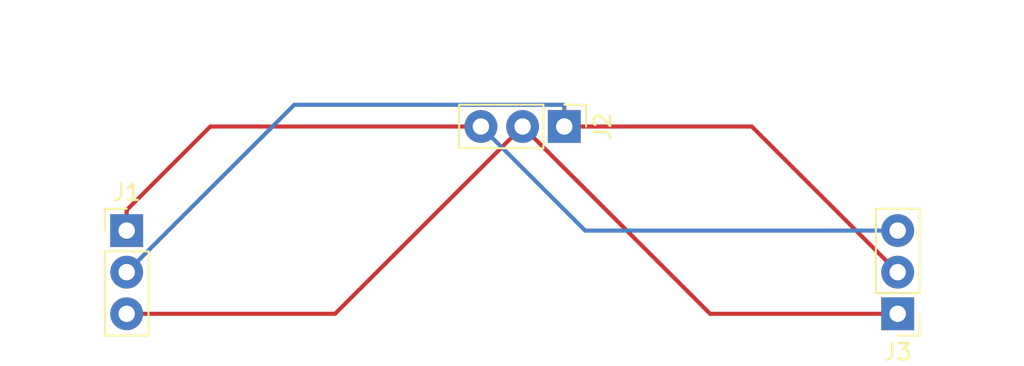
<source format=kicad_pcb>
(kicad_pcb (version 20171130) (host pcbnew "(5.1.0)-1")

  (general
    (thickness 1.6)
    (drawings 0)
    (tracks 16)
    (zones 0)
    (modules 3)
    (nets 4)
  )

  (page A4)
  (layers
    (0 F.Cu signal)
    (31 B.Cu signal)
    (32 B.Adhes user)
    (33 F.Adhes user)
    (34 B.Paste user)
    (35 F.Paste user)
    (36 B.SilkS user)
    (37 F.SilkS user)
    (38 B.Mask user)
    (39 F.Mask user)
    (40 Dwgs.User user)
    (41 Cmts.User user)
    (42 Eco1.User user)
    (43 Eco2.User user)
    (44 Edge.Cuts user)
    (45 Margin user)
    (46 B.CrtYd user)
    (47 F.CrtYd user)
    (48 B.Fab user)
    (49 F.Fab user)
  )

  (setup
    (last_trace_width 0.25)
    (trace_clearance 0.2)
    (zone_clearance 0.508)
    (zone_45_only no)
    (trace_min 0.2)
    (via_size 0.8)
    (via_drill 0.4)
    (via_min_size 0.4)
    (via_min_drill 0.3)
    (uvia_size 0.3)
    (uvia_drill 0.1)
    (uvias_allowed no)
    (uvia_min_size 0.2)
    (uvia_min_drill 0.1)
    (edge_width 0.05)
    (segment_width 0.2)
    (pcb_text_width 0.3)
    (pcb_text_size 1.5 1.5)
    (mod_edge_width 0.12)
    (mod_text_size 1 1)
    (mod_text_width 0.15)
    (pad_size 2 2)
    (pad_drill 1)
    (pad_to_mask_clearance 0.051)
    (solder_mask_min_width 0.25)
    (aux_axis_origin 0 0)
    (visible_elements FFFFFF7F)
    (pcbplotparams
      (layerselection 0x010fc_ffffffff)
      (usegerberextensions false)
      (usegerberattributes false)
      (usegerberadvancedattributes false)
      (creategerberjobfile false)
      (excludeedgelayer true)
      (linewidth 0.100000)
      (plotframeref false)
      (viasonmask false)
      (mode 1)
      (useauxorigin false)
      (hpglpennumber 1)
      (hpglpenspeed 20)
      (hpglpendiameter 15.000000)
      (psnegative false)
      (psa4output false)
      (plotreference true)
      (plotvalue true)
      (plotinvisibletext false)
      (padsonsilk false)
      (subtractmaskfromsilk false)
      (outputformat 1)
      (mirror false)
      (drillshape 1)
      (scaleselection 1)
      (outputdirectory ""))
  )

  (net 0 "")
  (net 1 "Net-(J1-Pad1)")
  (net 2 "Net-(J1-Pad2)")
  (net 3 "Net-(J1-Pad3)")

  (net_class Default "This is the default net class."
    (clearance 0.2)
    (trace_width 0.25)
    (via_dia 0.8)
    (via_drill 0.4)
    (uvia_dia 0.3)
    (uvia_drill 0.1)
    (add_net "Net-(J1-Pad1)")
    (add_net "Net-(J1-Pad2)")
    (add_net "Net-(J1-Pad3)")
  )

  (module Connector_PinHeader_2.54mm:PinHeader_1x03_P2.54mm_Vertical (layer F.Cu) (tedit 5CE71B58) (tstamp 5CE76B00)
    (at 121.92 57.15)
    (descr "Through hole straight pin header, 1x03, 2.54mm pitch, single row")
    (tags "Through hole pin header THT 1x03 2.54mm single row")
    (path /5CE71BBA)
    (fp_text reference J1 (at 0 -2.33) (layer F.SilkS)
      (effects (font (size 1 1) (thickness 0.15)))
    )
    (fp_text value Conn_01x03_Female (at 0 7.41) (layer F.Fab)
      (effects (font (size 1 1) (thickness 0.15)))
    )
    (fp_line (start -0.635 -1.27) (end 1.27 -1.27) (layer F.Fab) (width 0.1))
    (fp_line (start 1.27 -1.27) (end 1.27 6.35) (layer F.Fab) (width 0.1))
    (fp_line (start 1.27 6.35) (end -1.27 6.35) (layer F.Fab) (width 0.1))
    (fp_line (start -1.27 6.35) (end -1.27 -0.635) (layer F.Fab) (width 0.1))
    (fp_line (start -1.27 -0.635) (end -0.635 -1.27) (layer F.Fab) (width 0.1))
    (fp_line (start -1.33 6.41) (end 1.33 6.41) (layer F.SilkS) (width 0.12))
    (fp_line (start -1.33 1.27) (end -1.33 6.41) (layer F.SilkS) (width 0.12))
    (fp_line (start 1.33 1.27) (end 1.33 6.41) (layer F.SilkS) (width 0.12))
    (fp_line (start -1.33 1.27) (end 1.33 1.27) (layer F.SilkS) (width 0.12))
    (fp_line (start -1.33 0) (end -1.33 -1.33) (layer F.SilkS) (width 0.12))
    (fp_line (start -1.33 -1.33) (end 0 -1.33) (layer F.SilkS) (width 0.12))
    (fp_line (start -1.8 -1.8) (end -1.8 6.85) (layer F.CrtYd) (width 0.05))
    (fp_line (start -1.8 6.85) (end 1.8 6.85) (layer F.CrtYd) (width 0.05))
    (fp_line (start 1.8 6.85) (end 1.8 -1.8) (layer F.CrtYd) (width 0.05))
    (fp_line (start 1.8 -1.8) (end -1.8 -1.8) (layer F.CrtYd) (width 0.05))
    (fp_text user %R (at 0 2.54 90) (layer F.Fab)
      (effects (font (size 1 1) (thickness 0.15)))
    )
    (pad 1 thru_hole rect (at 0 0) (size 2 2) (drill 1) (layers *.Cu *.Mask)
      (net 1 "Net-(J1-Pad1)"))
    (pad 2 thru_hole oval (at 0 2.54) (size 2 2) (drill 1) (layers *.Cu *.Mask)
      (net 2 "Net-(J1-Pad2)"))
    (pad 3 thru_hole oval (at 0 5.08) (size 2 2) (drill 1) (layers *.Cu *.Mask)
      (net 3 "Net-(J1-Pad3)"))
    (model ${KISYS3DMOD}/Connector_PinHeader_2.54mm.3dshapes/PinHeader_1x03_P2.54mm_Vertical.wrl
      (at (xyz 0 0 0))
      (scale (xyz 1 1 1))
      (rotate (xyz 0 0 0))
    )
  )

  (module Connector_PinHeader_2.54mm:PinHeader_1x03_P2.54mm_Vertical (layer F.Cu) (tedit 5CE71B69) (tstamp 5CE76B17)
    (at 148.59 50.8 270)
    (descr "Through hole straight pin header, 1x03, 2.54mm pitch, single row")
    (tags "Through hole pin header THT 1x03 2.54mm single row")
    (path /5CE728AA)
    (fp_text reference J2 (at 0 -2.33 270) (layer F.SilkS)
      (effects (font (size 1 1) (thickness 0.15)))
    )
    (fp_text value Conn_01x03_Female (at 0 7.41 270) (layer F.Fab)
      (effects (font (size 1 1) (thickness 0.15)))
    )
    (fp_text user %R (at 0 2.54) (layer F.Fab)
      (effects (font (size 1 1) (thickness 0.15)))
    )
    (fp_line (start 1.8 -1.8) (end -1.8 -1.8) (layer F.CrtYd) (width 0.05))
    (fp_line (start 1.8 6.85) (end 1.8 -1.8) (layer F.CrtYd) (width 0.05))
    (fp_line (start -1.8 6.85) (end 1.8 6.85) (layer F.CrtYd) (width 0.05))
    (fp_line (start -1.8 -1.8) (end -1.8 6.85) (layer F.CrtYd) (width 0.05))
    (fp_line (start -1.33 -1.33) (end 0 -1.33) (layer F.SilkS) (width 0.12))
    (fp_line (start -1.33 0) (end -1.33 -1.33) (layer F.SilkS) (width 0.12))
    (fp_line (start -1.33 1.27) (end 1.33 1.27) (layer F.SilkS) (width 0.12))
    (fp_line (start 1.33 1.27) (end 1.33 6.41) (layer F.SilkS) (width 0.12))
    (fp_line (start -1.33 1.27) (end -1.33 6.41) (layer F.SilkS) (width 0.12))
    (fp_line (start -1.33 6.41) (end 1.33 6.41) (layer F.SilkS) (width 0.12))
    (fp_line (start -1.27 -0.635) (end -0.635 -1.27) (layer F.Fab) (width 0.1))
    (fp_line (start -1.27 6.35) (end -1.27 -0.635) (layer F.Fab) (width 0.1))
    (fp_line (start 1.27 6.35) (end -1.27 6.35) (layer F.Fab) (width 0.1))
    (fp_line (start 1.27 -1.27) (end 1.27 6.35) (layer F.Fab) (width 0.1))
    (fp_line (start -0.635 -1.27) (end 1.27 -1.27) (layer F.Fab) (width 0.1))
    (pad 3 thru_hole oval (at 0 5.08 270) (size 2 2) (drill 1) (layers *.Cu *.Mask)
      (net 1 "Net-(J1-Pad1)"))
    (pad 2 thru_hole oval (at 0 2.54 270) (size 2 2) (drill 1) (layers *.Cu *.Mask)
      (net 3 "Net-(J1-Pad3)"))
    (pad 1 thru_hole rect (at 0 0 270) (size 2 2) (drill 1) (layers *.Cu *.Mask)
      (net 2 "Net-(J1-Pad2)"))
    (model ${KISYS3DMOD}/Connector_PinHeader_2.54mm.3dshapes/PinHeader_1x03_P2.54mm_Vertical.wrl
      (at (xyz 0 0 0))
      (scale (xyz 1 1 1))
      (rotate (xyz 0 0 0))
    )
  )

  (module Connector_PinHeader_2.54mm:PinHeader_1x03_P2.54mm_Vertical (layer F.Cu) (tedit 5CE71B77) (tstamp 5CE76B2E)
    (at 168.91 62.23 180)
    (descr "Through hole straight pin header, 1x03, 2.54mm pitch, single row")
    (tags "Through hole pin header THT 1x03 2.54mm single row")
    (path /5CE730F9)
    (fp_text reference J3 (at 0 -2.33 180) (layer F.SilkS)
      (effects (font (size 1 1) (thickness 0.15)))
    )
    (fp_text value Conn_01x03_Female (at 0 7.41 180) (layer F.Fab)
      (effects (font (size 1 1) (thickness 0.15)))
    )
    (fp_line (start -0.635 -1.27) (end 1.27 -1.27) (layer F.Fab) (width 0.1))
    (fp_line (start 1.27 -1.27) (end 1.27 6.35) (layer F.Fab) (width 0.1))
    (fp_line (start 1.27 6.35) (end -1.27 6.35) (layer F.Fab) (width 0.1))
    (fp_line (start -1.27 6.35) (end -1.27 -0.635) (layer F.Fab) (width 0.1))
    (fp_line (start -1.27 -0.635) (end -0.635 -1.27) (layer F.Fab) (width 0.1))
    (fp_line (start -1.33 6.41) (end 1.33 6.41) (layer F.SilkS) (width 0.12))
    (fp_line (start -1.33 1.27) (end -1.33 6.41) (layer F.SilkS) (width 0.12))
    (fp_line (start 1.33 1.27) (end 1.33 6.41) (layer F.SilkS) (width 0.12))
    (fp_line (start -1.33 1.27) (end 1.33 1.27) (layer F.SilkS) (width 0.12))
    (fp_line (start -1.33 0) (end -1.33 -1.33) (layer F.SilkS) (width 0.12))
    (fp_line (start -1.33 -1.33) (end 0 -1.33) (layer F.SilkS) (width 0.12))
    (fp_line (start -1.8 -1.8) (end -1.8 6.85) (layer F.CrtYd) (width 0.05))
    (fp_line (start -1.8 6.85) (end 1.8 6.85) (layer F.CrtYd) (width 0.05))
    (fp_line (start 1.8 6.85) (end 1.8 -1.8) (layer F.CrtYd) (width 0.05))
    (fp_line (start 1.8 -1.8) (end -1.8 -1.8) (layer F.CrtYd) (width 0.05))
    (fp_text user %R (at 0 2.54 270) (layer F.Fab)
      (effects (font (size 1 1) (thickness 0.15)))
    )
    (pad 1 thru_hole rect (at 0 0 180) (size 2 2) (drill 1) (layers *.Cu *.Mask)
      (net 3 "Net-(J1-Pad3)"))
    (pad 2 thru_hole oval (at 0 2.54 180) (size 2 2) (drill 1) (layers *.Cu *.Mask)
      (net 2 "Net-(J1-Pad2)"))
    (pad 3 thru_hole oval (at 0 5.08 180) (size 2 2) (drill 1) (layers *.Cu *.Mask)
      (net 1 "Net-(J1-Pad1)"))
    (model ${KISYS3DMOD}/Connector_PinHeader_2.54mm.3dshapes/PinHeader_1x03_P2.54mm_Vertical.wrl
      (at (xyz 0 0 0))
      (scale (xyz 1 1 1))
      (rotate (xyz 0 0 0))
    )
  )

  (segment (start 121.92 55.9) (end 121.92 57.15) (width 0.25) (layer F.Cu) (net 1))
  (segment (start 127.02 50.8) (end 121.92 55.9) (width 0.25) (layer F.Cu) (net 1))
  (segment (start 143.51 50.8) (end 127.02 50.8) (width 0.25) (layer F.Cu) (net 1))
  (segment (start 149.86 57.15) (end 143.51 50.8) (width 0.25) (layer B.Cu) (net 1))
  (segment (start 168.91 57.15) (end 149.86 57.15) (width 0.25) (layer B.Cu) (net 1))
  (segment (start 160.02 50.8) (end 168.91 59.69) (width 0.25) (layer F.Cu) (net 2))
  (segment (start 148.59 50.8) (end 160.02 50.8) (width 0.25) (layer F.Cu) (net 2))
  (segment (start 122.919999 58.690001) (end 121.92 59.69) (width 0.25) (layer B.Cu) (net 2))
  (segment (start 132.135001 49.474999) (end 122.919999 58.690001) (width 0.25) (layer B.Cu) (net 2))
  (segment (start 148.514999 49.474999) (end 132.135001 49.474999) (width 0.25) (layer B.Cu) (net 2))
  (segment (start 148.59 49.55) (end 148.514999 49.474999) (width 0.25) (layer B.Cu) (net 2))
  (segment (start 148.59 50.8) (end 148.59 49.55) (width 0.25) (layer B.Cu) (net 2))
  (segment (start 134.62 62.23) (end 121.92 62.23) (width 0.25) (layer F.Cu) (net 3))
  (segment (start 146.05 50.8) (end 134.62 62.23) (width 0.25) (layer F.Cu) (net 3))
  (segment (start 157.48 62.23) (end 168.91 62.23) (width 0.25) (layer F.Cu) (net 3))
  (segment (start 146.05 50.8) (end 157.48 62.23) (width 0.25) (layer F.Cu) (net 3))

)

</source>
